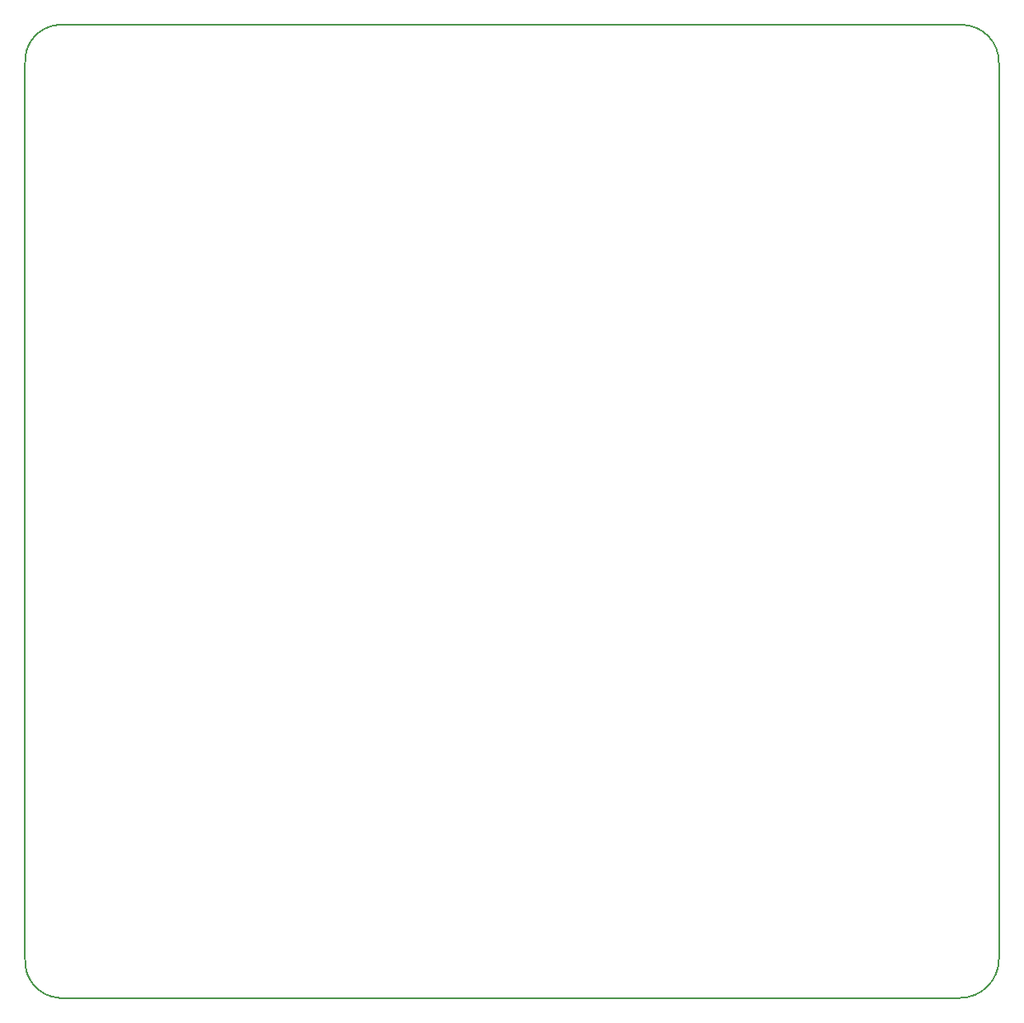
<source format=gm1>
G04 #@! TF.GenerationSoftware,KiCad,Pcbnew,5.1.0+dfsg1-1*
G04 #@! TF.CreationDate,2019-04-17T23:21:45+02:00*
G04 #@! TF.ProjectId,Revolve_A5,5265766f-6c76-4655-9f41-352e6b696361,rev?*
G04 #@! TF.SameCoordinates,Original*
G04 #@! TF.FileFunction,Profile,NP*
%FSLAX46Y46*%
G04 Gerber Fmt 4.6, Leading zero omitted, Abs format (unit mm)*
G04 Created by KiCad (PCBNEW 5.1.0+dfsg1-1) date 2019-04-17 23:21:45*
%MOMM*%
%LPD*%
G04 APERTURE LIST*
%ADD10C,0.150000*%
G04 APERTURE END LIST*
D10*
X98504669Y-150978600D02*
G75*
G03X102004669Y-154978600I3750000J-250000D01*
G01*
X98504669Y-150978600D02*
X98504669Y-58978600D01*
X101954669Y-55028600D02*
G75*
G03X98504669Y-58978600I250000J-3700000D01*
G01*
X101954669Y-55028600D02*
X194754669Y-55028600D01*
X198504669Y-58978600D02*
G75*
G03X194754669Y-55028600I-3850000J100000D01*
G01*
X198504669Y-58978600D02*
X198504669Y-150978600D01*
X194504669Y-154978600D02*
G75*
G03X198504669Y-150978600I0J4000000D01*
G01*
X194504669Y-154978600D02*
X102004669Y-154978600D01*
M02*

</source>
